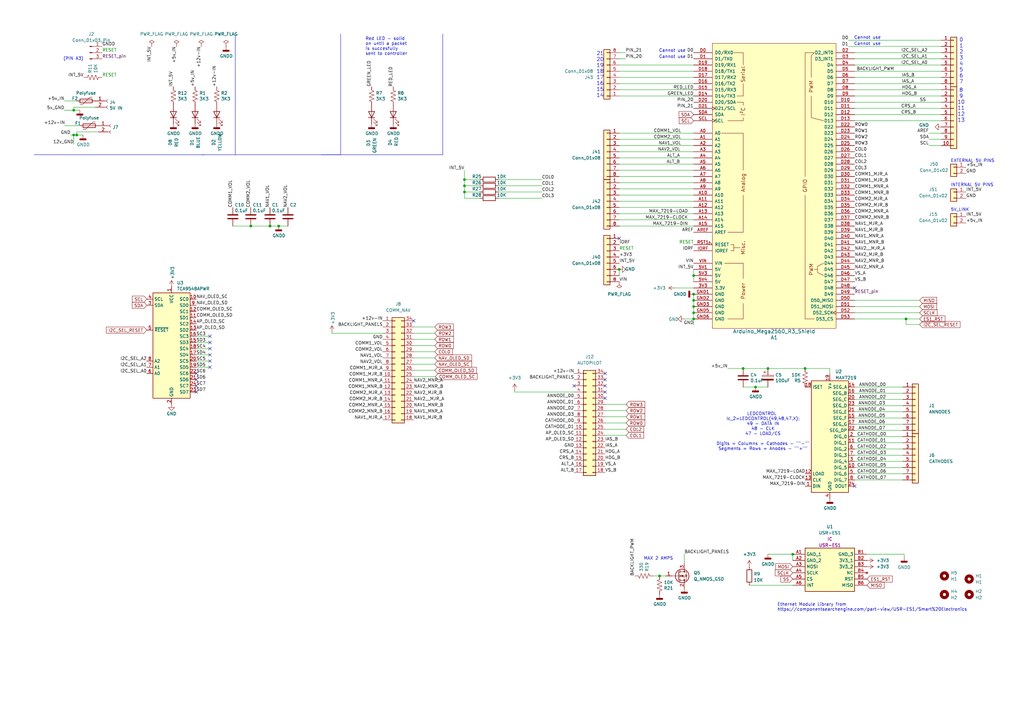
<source format=kicad_sch>
(kicad_sch (version 20250114) (generator "eeschema") (generator_version "9.0")
  (paper "A3")
  (title_block (date "2025-11-06"))
  (text "MAX 2 AMPS" (at 276.098 229.87 0) (effects (font (size 1.27 1.27)) (justify right bottom)))
  (text "INTERNAL 5V PINS" (at 389.89 76.708 0) (effects (font (size 1.27 1.27)) (justify left bottom)))
  (text "Ethernet Module Library from \nhttps://componentsearchengine.com/part-view/USR-ES1/Smart%20Electronics" (at 318.77 250.825 0) (effects (font (size 1.27 1.27)) (justify left bottom)))
  (text "LEDCONTROL \nIc_2=LEDCONTROL(49,48,47,X);\n49 - DATA IN\n48 - CLK\n47 - LOAD/CS\n\nDigits = Columns = Cathodes - \"\"-\"\"\nSegments = Rows = Anodes - \"\"+\"\"" (at 312.928 184.912 0) (effects (font (size 1.27 1.27)) (justify bottom)))
  (text "Cannot use" (at 270.256 21.59 0) (effects (font (size 1.27 1.27)) (justify left bottom)))
  (text "(PIN A3)" (at 25.908 24.892 0) (effects (font (size 1.27 1.27)) (justify left bottom)))
  (text "Cannot use" (at 350.266 16.256 0) (effects (font (size 1.27 1.27)) (justify left bottom)))
  (text "0\n1\n2\n3\n4\n5\n6\n7" (at 393.446 34.544 0) (effects (font (size 1.524 1.524)) (justify left bottom)))
  (text "LEDCONTROL \nIc_2=LEDCONTROL(49,48,47,X);\n49 - DATA IN\n48 - CLK\n47 - LOAD/CS\n\nDigits = Columns = Cathodes - \"\"-\"\"\nSegments = Rows = Anodes - \"\"+\"\"" (at -38.1 166.116 0) (effects (font (size 1.27 1.27)) (justify bottom)))
  (text "Red LED - solid\non until a packet\nis succesfully \nsent to controller" (at 149.86 22.86 0) (effects (font (size 1.27 1.27)) (justify left bottom)))
  (text "5V_LINK" (at 389.89 86.868 0) (effects (font (size 1.27 1.27)) (justify left bottom)))
  (text "Cannot use" (at 350.266 18.796 0) (effects (font (size 1.27 1.27)) (justify left bottom)))
  (text "Cannot use" (at 270.256 24.13 0) (effects (font (size 1.27 1.27)) (justify left bottom)))
  (text "21\n20\n19\n18\n17\n16\n15\n14" (at 244.602 40.132 0) (effects (font (size 1.524 1.524)) (justify left bottom)))
  (text "EXTERNAL 5V PINS" (at 389.89 66.802 0) (effects (font (size 1.27 1.27)) (justify left bottom)))
  (text "8\n9\n10\n11\n12\n13\n" (at 394.208 50.292 0) (effects (font (size 1.524 1.524)) (justify bottom)))
  (junction (at 114.3 92.71))
  (junction (at 284.48 120.65))
  (junction (at 284.48 125.73))
  (junction (at 270.51 236.22))
  (junction (at 330.2 151.13))
  (junction (at 31.496 55.372))
  (junction (at 284.48 130.81))
  (junction (at 30.226 55.372))
  (junction (at 30.226 45.212))
  (junction (at 304.8 151.13))
  (junction (at 102.87 92.71))
  (junction (at 284.48 128.27))
  (junction (at 190.5 73.66))
  (junction (at 110.744 92.71))
  (junction (at 314.96 151.13))
  (junction (at 325.12 227.33))
  (junction (at 190.5 78.74))
  (junction (at 254 110.49))
  (junction (at 309.88 158.75))
  (junction (at 284.48 123.19))
  (junction (at 371.602 130.81))
  (junction (at 284.48 113.03))
  (junction (at 190.5 76.2))
  (no_connect (at 80.518 153.162))
  (no_connect (at 350.52 199.39))
  (no_connect (at 248.158 155.702))
  (no_connect (at 80.518 155.702))
  (no_connect (at 169.672 131.572))
  (no_connect (at 80.518 160.782))
  (no_connect (at 254 97.79))
  (no_connect (at 86.106 137.922))
  (no_connect (at 235.458 158.242))
  (no_connect (at 350.52 118.11))
  (no_connect (at 80.518 158.242))
  (no_connect (at 86.106 150.622))
  (no_connect (at 86.106 140.462))
  (no_connect (at 248.158 160.782))
  (no_connect (at 248.158 163.322))
  (no_connect (at 248.158 153.162))
  (no_connect (at 86.106 145.542))
  (no_connect (at 248.158 158.242))
  (no_connect (at 86.106 148.082))
  (no_connect (at 86.106 143.002))
  (wire (pts (xy 350.52 39.37) (xy 386.08 39.37)))
  (polyline (pts (xy 139.7 63.5) (xy 139.7 13.97)))
  (wire (pts (xy 350.52 191.77) (xy 370.332 191.77)))
  (wire (pts (xy 284.48 123.19) (xy 284.48 125.73)))
  (wire (pts (xy 371.602 130.81) (xy 371.602 133.096)))
  (wire (pts (xy 350.52 34.29) (xy 386.08 34.29)))
  (wire (pts (xy 330.2 151.13) (xy 340.36 151.13)))
  (wire (pts (xy 254 31.75) (xy 284.48 31.75)))
  (wire (pts (xy 86.106 148.082) (xy 80.518 148.082)))
  (wire (pts (xy 248.158 165.862) (xy 256.794 165.862)))
  (wire (pts (xy 254 87.63) (xy 284.48 87.63)))
  (wire (pts (xy 196.85 78.74) (xy 190.5 78.74)))
  (polyline (pts (xy 82.55 63.5) (xy 139.7 63.5)))
  (wire (pts (xy 350.52 49.53) (xy 386.08 49.53)))
  (wire (pts (xy 196.85 81.28) (xy 190.5 81.28)))
  (wire (pts (xy 350.52 41.91) (xy 386.08 41.91)))
  (wire (pts (xy 254 62.23) (xy 284.48 62.23)))
  (wire (pts (xy 350.52 171.45) (xy 370.332 171.45)))
  (wire (pts (xy 350.52 179.07) (xy 370.332 179.07)))
  (wire (pts (xy 26.67 51.308) (xy 26.67 51.562)))
  (wire (pts (xy 254 34.29) (xy 284.48 34.29)))
  (wire (pts (xy 196.85 73.66) (xy 190.5 73.66)))
  (wire (pts (xy 304.8 151.13) (xy 314.96 151.13)))
  (wire (pts (xy 284.48 110.49) (xy 284.48 113.03)))
  (wire (pts (xy 280.67 130.81) (xy 284.48 130.81)))
  (wire (pts (xy 222.25 76.2) (xy 204.47 76.2)))
  (wire (pts (xy 314.96 151.13) (xy 330.2 151.13)))
  (wire (pts (xy 190.5 73.66) (xy 190.5 76.2)))
  (wire (pts (xy 30.226 43.942) (xy 30.226 45.212)))
  (wire (pts (xy 39.116 43.942) (xy 30.226 43.942)))
  (wire (pts (xy 381 57.15) (xy 386.08 57.15)))
  (wire (pts (xy 254 57.15) (xy 284.48 57.15)))
  (polyline (pts (xy 131.826 63.5) (xy 181.61 63.5)))
  (wire (pts (xy 350.52 184.15) (xy 370.332 184.15)))
  (wire (pts (xy 254 77.47) (xy 284.48 77.47)))
  (wire (pts (xy 26.416 41.402) (xy 31.496 41.402)))
  (wire (pts (xy 350.52 189.23) (xy 370.332 189.23)))
  (wire (pts (xy 248.158 168.402) (xy 256.794 168.402)))
  (wire (pts (xy 248.158 178.562) (xy 256.794 178.562)))
  (wire (pts (xy 350.52 29.21) (xy 386.08 29.21)))
  (wire (pts (xy 377.19 123.19) (xy 350.52 123.19)))
  (wire (pts (xy 248.158 176.022) (xy 256.794 176.022)))
  (wire (pts (xy 31.496 55.372) (xy 34.036 55.372)))
  (wire (pts (xy 254 59.69) (xy 284.48 59.69)))
  (wire (pts (xy 256.54 21.59) (xy 254 21.59)))
  (wire (pts (xy 284.48 133.35) (xy 284.48 130.81)))
  (wire (pts (xy 381 54.61) (xy 386.08 54.61)))
  (wire (pts (xy 254 39.37) (xy 284.48 39.37)))
  (wire (pts (xy 190.5 76.2) (xy 190.5 78.74)))
  (wire (pts (xy 254 110.49) (xy 254 113.03)))
  (wire (pts (xy 254 67.31) (xy 284.48 67.31)))
  (wire (pts (xy 284.48 125.73) (xy 284.48 128.27)))
  (wire (pts (xy 347.98 19.05) (xy 386.08 19.05)))
  (wire (pts (xy 270.51 236.22) (xy 273.05 236.22)))
  (wire (pts (xy 86.106 143.002) (xy 80.518 143.002)))
  (wire (pts (xy 350.52 21.59) (xy 386.08 21.59)))
  (wire (pts (xy 86.106 140.462) (xy 80.518 140.462)))
  (wire (pts (xy 371.602 133.096) (xy 377.19 133.096)))
  (wire (pts (xy 350.52 186.69) (xy 370.332 186.69)))
  (wire (pts (xy 350.52 166.37) (xy 370.332 166.37)))
  (wire (pts (xy 284.48 128.27) (xy 284.48 130.81)))
  (wire (pts (xy 254 72.39) (xy 284.48 72.39)))
  (wire (pts (xy 254 24.13) (xy 256.54 24.13)))
  (wire (pts (xy 377.19 125.73) (xy 350.52 125.73)))
  (wire (pts (xy 110.744 92.71) (xy 114.3 92.71)))
  (wire (pts (xy 350.52 31.75) (xy 386.08 31.75)))
  (wire (pts (xy 309.88 158.75) (xy 314.96 158.75)))
  (wire (pts (xy 254 64.77) (xy 284.48 64.77)))
  (wire (pts (xy 284.48 120.65) (xy 284.48 123.19)))
  (wire (pts (xy 350.52 181.61) (xy 370.332 181.61)))
  (wire (pts (xy 254 69.85) (xy 284.48 69.85)))
  (wire (pts (xy 254 85.09) (xy 284.48 85.09)))
  (wire (pts (xy 370.84 227.33) (xy 370.84 228.6)))
  (wire (pts (xy 30.226 45.212) (xy 32.766 45.212)))
  (wire (pts (xy 284.48 113.03) (xy 284.48 115.57)))
  (polyline (pts (xy 139.7 63.5) (xy 131.826 63.5)))
  (wire (pts (xy 248.158 173.482) (xy 256.794 173.482)))
  (wire (pts (xy 350.52 194.31) (xy 370.332 194.31)))
  (wire (pts (xy 347.98 16.51) (xy 386.08 16.51)))
  (wire (pts (xy 169.672 154.432) (xy 178.562 154.432)))
  (wire (pts (xy 350.52 46.99) (xy 386.08 46.99)))
  (wire (pts (xy 307.34 240.03) (xy 325.12 240.03)))
  (wire (pts (xy 371.602 130.81) (xy 350.52 130.81)))
  (wire (pts (xy 350.52 36.83) (xy 386.08 36.83)))
  (wire (pts (xy 222.25 73.66) (xy 204.47 73.66)))
  (wire (pts (xy 222.25 78.74) (xy 204.47 78.74)))
  (wire (pts (xy 350.52 173.99) (xy 370.332 173.99)))
  (wire (pts (xy 314.96 227.33) (xy 325.12 227.33)))
  (wire (pts (xy 169.672 134.112) (xy 178.308 134.112)))
  (wire (pts (xy 350.52 163.83) (xy 370.332 163.83)))
  (wire (pts (xy 280.67 227.33) (xy 280.67 231.14)))
  (wire (pts (xy 136.144 136.652) (xy 136.144 136.144)))
  (wire (pts (xy 86.106 137.922) (xy 80.518 137.922)))
  (wire (pts (xy 254 54.61) (xy 284.48 54.61)))
  (polyline (pts (xy 13.97 63.5) (xy 83.82 63.5)))
  (wire (pts (xy 377.19 130.81) (xy 371.602 130.81)))
  (wire (pts (xy 254 26.67) (xy 284.48 26.67)))
  (wire (pts (xy 254 74.93) (xy 284.48 74.93)))
  (wire (pts (xy 254 92.71) (xy 284.48 92.71)))
  (wire (pts (xy 276.86 118.11) (xy 284.48 118.11)))
  (polyline (pts (xy 181.61 63.5) (xy 181.61 13.97)))
  (wire (pts (xy 248.158 170.942) (xy 256.794 170.942)))
  (wire (pts (xy 95.504 92.71) (xy 102.87 92.71)))
  (wire (pts (xy 169.672 141.732) (xy 178.308 141.732)))
  (wire (pts (xy 211.074 160.782) (xy 235.458 160.782)))
  (wire (pts (xy 86.106 145.542) (xy 80.518 145.542)))
  (wire (pts (xy 26.67 51.562) (xy 32.766 51.562)))
  (wire (pts (xy 254 90.17) (xy 284.48 90.17)))
  (wire (pts (xy 304.8 158.75) (xy 309.88 158.75)))
  (wire (pts (xy 350.52 158.75) (xy 370.332 158.75)))
  (wire (pts (xy 254 29.21) (xy 284.48 29.21)))
  (wire (pts (xy 30.226 55.372) (xy 30.226 59.182)))
  (wire (pts (xy 169.672 146.812) (xy 178.308 146.812)))
  (wire (pts (xy 254 80.01) (xy 284.48 80.01)))
  (wire (pts (xy 190.5 78.74) (xy 190.5 81.28)))
  (wire (pts (xy 350.52 24.13) (xy 386.08 24.13)))
  (wire (pts (xy 254 36.83) (xy 284.48 36.83)))
  (wire (pts (xy 350.52 161.29) (xy 370.332 161.29)))
  (wire (pts (xy 254 82.55) (xy 284.48 82.55)))
  (wire (pts (xy 190.5 69.85) (xy 190.5 73.66)))
  (wire (pts (xy 350.52 44.45) (xy 386.08 44.45)))
  (wire (pts (xy 196.85 76.2) (xy 190.5 76.2)))
  (wire (pts (xy 350.52 168.91) (xy 370.332 168.91)))
  (wire (pts (xy 355.6 227.33) (xy 370.84 227.33)))
  (wire (pts (xy 350.52 176.53) (xy 370.332 176.53)))
  (wire (pts (xy 325.12 227.33) (xy 325.12 229.87)))
  (wire (pts (xy 169.672 139.192) (xy 178.308 139.192)))
  (wire (pts (xy 136.144 136.652) (xy 156.972 136.652)))
  (wire (pts (xy 298.45 151.13) (xy 304.8 151.13)))
  (wire (pts (xy 30.226 55.372) (xy 31.496 55.372)))
  (wire (pts (xy 86.106 150.622) (xy 80.518 150.622)))
  (wire (pts (xy 267.97 236.22) (xy 270.51 236.22)))
  (polyline (pts (xy 96.52 63.5) (xy 96.52 13.97)))
  (wire (pts (xy 169.672 151.892) (xy 178.308 151.892)))
  (wire (pts (xy 222.25 81.28) (xy 204.47 81.28)))
  (wire (pts (xy 26.416 45.212) (xy 30.226 45.212)))
  (wire (pts (xy 31.496 54.102) (xy 31.496 55.372)))
  (wire (pts (xy 28.956 55.372) (xy 30.226 55.372)))
  (wire (pts (xy 114.3 92.71) (xy 118.11 92.71)))
  (wire (pts (xy 169.672 149.352) (xy 178.308 149.352)))
  (wire (pts (xy 169.672 136.652) (xy 178.308 136.652)))
  (wire (pts (xy 350.52 196.85) (xy 370.332 196.85)))
  (wire (pts (xy 211.074 160.782) (xy 211.074 160.02)))
  (wire (pts (xy 340.36 153.67) (xy 340.36 151.13)))
  (wire (pts (xy 102.87 92.71) (xy 110.744 92.71)))
  (wire (pts (xy 377.19 128.27) (xy 350.52 128.27)))
  (wire (pts (xy 381 59.69) (xy 386.08 59.69)))
  (wire (pts (xy 169.672 144.272) (xy 178.308 144.272)))
  (wire (pts (xy 350.52 26.67) (xy 386.08 26.67)))
  (wire (pts (xy 40.386 54.102) (xy 31.496 54.102)))
  (image (at -60.198 193.294))
  (label "CATHODE_01" (at 235.458 176.022 180))
  (label "MAX_7219-LOAD" (at 330.2 194.31 180))
  (label "CATHODE_02" (at 351.536 184.15 0))
  (label "IORF" (at 254 100.33 0))
  (label "VIN" (at 284.48 107.95 180))
  (label "NAV1_MJR_B" (at 169.672 172.212 0))
  (label "I2C_SEL_A1" (at 369.57 24.13 0))
  (label "PIN_20" (at 256.54 24.13 0))
  (label "AP_OLED_SD" (at 235.458 181.102 180))
  (label "COMM2_VOL" (at 156.972 144.272 180))
  (label "COMM1_MJR_A" (at 350.52 72.39 0))
  (label "RED_LED" (at 284.48 36.83 180))
  (label "SD7" (at 80.518 160.782 0))
  (label "GND" (at 28.956 55.372 180))
  (label "ROW3" (at 350.52 59.69 0))
  (label "COMM1_MNR_B" (at 350.52 80.01 0))
  (label "PIN_21" (at 284.48 44.45 180))
  (label "INT_5V" (at 254 107.95 0))
  (label "CRS_B" (at 235.458 188.722 180))
  (label "CRS_B" (at 369.57 46.99 0))
  (label "VS_A" (at 350.52 113.03 0))
  (label "HDG_A" (at 248.158 186.182 0))
  (label "INT_5V" (at 71.12 35.56 90))
  (label "SD6" (at 80.518 155.702 0))
  (label "NAV2_MNR_B" (at 169.672 159.512 0))
  (label "INT_5V" (at 190.5 69.85 180))
  (label "D0" (at 284.48 21.59 180))
  (label "COL3" (at 350.52 69.85 0))
  (label "NAV2_VOL" (at 118.11 85.09 90))
  (label "CATHODE_06" (at 351.536 194.31 0))
  (label "COMM2_MJR_B" (at 156.972 164.592 180))
  (label "NAV1_MNR_B" (at 169.672 167.132 0))
  (label "INT_5V" (at 34.29 31.75 180))
  (label "NAV1_MJR_A" (at 156.972 172.212 180))
  (label "ANNODE_04" (at 352.044 168.91 0))
  (label "+5v_IN" (at 396.24 68.58 0))
  (label "ANNODE_01" (at 352.298 161.29 0))
  (label "ALT_A" (at 278.892 64.77 180))
  (label "COMM2_MNR_B" (at 156.972 169.672 180))
  (label "VIN" (at 254 115.57 0))
  (label "COMM1_MJR_A" (at 156.972 151.892 180))
  (label "SD4" (at 80.518 145.542 0))
  (label "NAV2__MJR_A" (at 169.672 164.592 0))
  (label "PIN_21" (at 256.54 21.59 0))
  (label "NAV2_MNR_B" (at 350.52 107.95 0))
  (label "NAV2_MNR_A" (at 350.52 110.49 0))
  (label "ANNODE_05" (at 352.044 171.45 0))
  (label "NAV1_VOL" (at 279.4 59.69 180))
  (label "COMM1_MNR_A" (at 156.972 156.972 180))
  (label "COMM_OLED_SD" (at 80.518 130.302 0))
  (label "IAS_B" (at 369.824 31.75 0))
  (label "CATHODE_05" (at 351.536 191.77 0))
  (label "+5v_IN" (at 26.416 41.402 180))
  (label "COMM1_MNR_B" (at 156.972 159.512 180))
  (label "NAV1_MNR_A" (at 350.52 97.79 0))
  (label "AP_OLED_SC" (at 80.518 132.842 0))
  (label "VS_A" (at 248.158 191.262 0))
  (label "NAV2_VOL" (at 156.972 149.352 180))
  (label "ALT_A" (at 235.458 191.262 180))
  (label "+3V3" (at 254 105.41 0))
  (label "I2C_SEL_A2" (at 369.57 21.59 0))
  (label "SCL" (at 381 59.69 180))
  (label "+12v-IN" (at 156.972 131.572 180))
  (label "I2C_SEL_A2" (at 60.198 148.082 180))
  (label "AREF" (at 284.48 95.25 180))
  (label "ROW0" (at 350.52 52.07 0))
  (label "NAV2__MJR_A" (at 350.52 102.87 0))
  (label "PIN_20" (at 284.48 41.91 180))
  (label "MAX_7219-CLOCK" (at 282.194 90.17 180))
  (label "NAV_OLED_SC" (at 80.518 122.682 0))
  (label "COMM2_MJR_A" (at 156.972 162.052 180))
  (label "HDG_B" (at 369.824 39.37 0))
  (label "ANNODE_02" (at 235.458 168.402 180))
  (label "12v_GND" (at 30.226 59.182 180))
  (label "COMM2_MNR_A" (at 156.972 167.132 180))
  (label "IORF" (at 284.48 102.87 180))
  (label "COMM2_MJR_A" (at 350.52 82.55 0))
  (label "RESET_pin" (at 41.91 24.13 0))
  (label "COMM_OLED_SC" (at 80.518 127.762 0))
  (label "+5v_IN" (at 72.39 19.05 270))
  (label "ALT_B" (at 278.892 67.31 180))
  (label "COMM1_MJR_B" (at 156.972 154.432 180))
  (label "+12v-IN" (at 26.67 51.308 180))
  (label "CATHODE_00" (at 235.458 173.482 180))
  (label "NAV1_VOL" (at 156.972 146.812 180))
  (label "INT_5V" (at 62.23 19.05 270))
  (label "ANNODE_02" (at 352.298 163.83 0))
  (label "GND" (at 284.48 133.35 180))
  (label "COMM1_VOL" (at 156.972 141.732 180))
  (label "COL1" (at 222.25 76.2 0))
  (label "GREEN_LED" (at 284.48 39.37 180))
  (label "ANNODE_03" (at 352.044 166.37 0))
  (label "CATHODE_03" (at 351.536 186.69 0))
  (label "INT_5V" (at 396.24 88.9 0))
  (label "NAV2_MNR_A" (at 169.672 156.972 0))
  (label "NAV1_MNR_A" (at 169.672 169.672 0))
  (label "NAV_OLED_SD" (at 80.518 125.222 0))
  (label "COMM2_MNR_A" (at 350.52 87.63 0))
  (label "AREF" (at 381 54.61 180))
  (label "COL0" (at 222.25 73.66 0))
  (label "CATHODE_01" (at 351.536 181.61 0))
  (label "COMM2_VOL" (at 279.4 57.15 180))
  (label "D1" (at 347.98 19.05 180))
  (label "D1" (at 284.48 24.13 180))
  (label "VS_B" (at 350.52 115.57 0))
  (label "GNDD" (at 41.91 19.05 0))
  (label "I2C_SEL_A0" (at 60.198 153.162 180))
  (label "SD3" (at 80.518 140.462 0))
  (label "MAX_7219-LOAD" (at 282.194 87.63 180))
  (label "INT_5V" (at 396.24 78.74 0))
  (label "IAS_A" (at 369.824 34.29 0))
  (label "ANNODE_00" (at 352.298 158.75 0))
  (label "HDG_B" (at 248.158 188.722 0))
  (label "NAV1_MJR_B" (at 350.52 95.25 0))
  (label "ROW1" (at 350.52 54.61 0))
  (label "SC7" (at 80.518 158.242 0))
  (label "COL3" (at 222.25 81.28 0))
  (label "SC6" (at 80.518 153.162 0))
  (label "SC5" (at 80.518 148.082 0))
  (label "COL2" (at 350.52 67.31 0))
  (label "MAX_7219-DIN" (at 282.194 92.71 180))
  (label "MAX_7219-CLOCK" (at 330.2 196.85 180))
  (label "NAV2_MJR_B" (at 169.672 162.052 0))
  (label "GND" (at 156.972 139.192 180))
  (label "GND" (at 396.24 81.28 0))
  (label "SC4" (at 80.518 143.002 0))
  (label "D0" (at 347.98 16.51 180))
  (label "5v_GND" (at 26.416 45.212 180))
  (label "COMM2_MNR_B" (at 350.52 90.17 0))
  (label "COMM2_MJR_B" (at 350.52 85.09 0))
  (label "ROW2" (at 350.52 57.15 0))
  (label "+5v_IN" (at 80.01 35.56 90))
  (label "ANNODE_07" (at 352.044 176.53 0))
  (label "MAX_7219-DIN" (at 330.2 199.39 180))
  (label "GND" (at 235.458 183.642 180))
  (label "AP_OLED_SC" (at 235.458 178.562 180))
  (label "ANNODE_01" (at 235.458 165.862 180))
  (label "BACKLIGHT_PWM" (at 351.282 29.21 0))
  (label "NAV1_MJR_A" (at 350.52 92.71 0))
  (label "CATHODE_00" (at 351.536 179.07 0))
  (label "SD5" (at 80.518 150.622 0))
  (label "CATHODE_07" (at 351.536 196.85 0))
  (label "AP_OLED_SD" (at 80.518 135.382 0))
  (label "NAV2_VOL" (at 279.146 62.23 180))
  (label "COMM1_MJR_B" (at 350.52 74.93 0))
  (label "+5v_IN" (at 298.45 151.13 180))
  (label "IAS_A" (at 248.158 183.642 0))
  (label "+5v_IN" (at 396.24 91.44 0))
  (label "INT_5V" (at 284.48 110.49 180))
  (label "SS" (at 377.19 41.91 0))
  (label "RESET" (at 41.91 21.59 0))
  (label "IAS_B" (at 248.158 181.102 0))
  (label "GND" (at 396.24 71.12 0))
  (label "NAV1_MNR_B" (at 350.52 100.33 0))
  (label "COMM2_VOL" (at 102.87 85.09 90))
  (label "GREEN_LED" (at 152.4 35.56 90))
  (label "RESET" (at 284.48 100.33 180))
  (label "ANNODE_00" (at 235.458 163.322 180))
  (label "NAV1_VOL" (at 110.744 85.09 90))
  (label "ALT_B" (at 235.458 193.802 180))
  (label "ANNODE_03" (at 235.458 170.942 180))
  (label "HDG_A" (at 369.824 36.83 0))
  (label "COMM1_VOL" (at 95.504 85.09 90))
  (label "+12v-IN" (at 235.458 153.162 180))
  (label "SC3" (at 80.518 137.922 0))
  (label "RESET" (at 254 102.87 0))
  (label "SDA" (at 381 57.15 180))
  (label "BACKLIGHT_PANELS" (at 280.67 227.33 0))
  (label "COL1" (at 350.52 64.77 0))
  (label "COMM1_VOL" (at 279.4 54.61 180))
  (label "NAV2_MJR_B" (at 350.52 105.41 0))
  (label "BACKLIGHT_PANELS" (at 156.972 134.112 180))
  (label "CRS_A" (at 235.458 186.182 180))
  (label "COL2" (at 222.25 78.74 0))
  (label "RESET_pin" (at 350.52 120.65 0))
  (label "RESET" (at 41.91 31.75 0))
  (label "COMM1_MNR_A" (at 350.52 77.47 0))
  (label "+12v-IN" (at 88.9 35.56 90))
  (label "ANNODE_06" (at 352.044 173.99 0))
  (label "CRS_A" (at 369.57 44.45 0))
  (label "CATHODE_04" (at 351.536 189.23 0))
  (label "+12v-IN" (at 82.55 19.05 270))
  (label "COL0" (at 350.52 62.23 0))
  (label "I2C_SEL_A0" (at 369.57 26.67 0))
  (label "RED_LED" (at 161.29 35.56 90))
  (label "VS_B" (at 248.158 193.802 0))
  (label "BACKLIGHT_PANELS" (at 235.458 155.702 180))
  (label "BACKLIGHT_PWM" (at 260.35 236.22 90))
  (label "I2C_SEL_A1" (at 60.198 150.622 180))
  (global_label "ROW1" (shape input) (at 178.308 139.192 0) (property "Intersheetrefs" "${INTERSHEET_REFS}" (effects (hide yes))))
  (global_label "ROW3" (shape input) (at 178.308 134.112 0) (property "Intersheetrefs" "${INTERSHEET_REFS}" (effects (hide yes))))
  (global_label "ROW2" (shape input) (at 256.794 168.402 0) (property "Intersheetrefs" "${INTERSHEET_REFS}" (effects (hide yes))))
  (global_label "COL1" (shape input) (at 256.794 178.562 0) (property "Intersheetrefs" "${INTERSHEET_REFS}" (effects (hide yes))))
  (global_label "COL2" (shape input) (at 256.794 176.022 0) (property "Intersheetrefs" "${INTERSHEET_REFS}" (effects (hide yes))))
  (global_label "SCL" (shape input) (at 60.198 122.682 180) (property "Intersheetrefs" "${INTERSHEET_REFS}" (effects (hide yes))))
  (global_label "MISO" (shape input) (at 377.19 123.19 0) (property "Intersheetrefs" "${INTERSHEET_REFS}" (effects (hide yes))))
  (global_label "I2C_SEL_RESET" (shape input) (at 60.198 135.382 180) (property "Intersheetrefs" "${INTERSHEET_REFS}" (effects (hide yes))))
  (global_label "SCLK" (shape input) (at 377.19 128.27 0) (property "Intersheetrefs" "${INTERSHEET_REFS}" (effects (hide yes))))
  (global_label "COMM_OLED_SC" (shape input) (at 178.562 154.432 0) (property "Intersheetrefs" "${INTERSHEET_REFS}" (effects (hide yes))))
  (global_label "SCL" (shape input) (at 284.48 49.53 180) (property "Intersheetrefs" "${INTERSHEET_REFS}" (effects (hide yes))))
  (global_label "COMM_OLED_SD" (shape input) (at 178.308 151.892 0) (property "Intersheetrefs" "${INTERSHEET_REFS}" (effects (hide yes))))
  (global_label "SCLK" (shape input) (at 325.12 234.95 180) (property "Intersheetrefs" "${INTERSHEET_REFS}" (effects (hide yes))))
  (global_label "MISO" (shape input) (at 355.6 240.03 0) (property "Intersheetrefs" "${INTERSHEET_REFS}" (effects (hide yes))))
  (global_label "COL0" (shape input) (at 178.308 144.272 0) (property "Intersheetrefs" "${INTERSHEET_REFS}" (effects (hide yes))))
  (global_label "I2C_SEL_RESET" (shape input) (at 377.19 133.096 0) (property "Intersheetrefs" "${INTERSHEET_REFS}" (effects (hide yes))))
  (global_label "ES1_RST" (shape input) (at 377.19 130.81 0) (property "Intersheetrefs" "${INTERSHEET_REFS}" (effects (hide yes))))
  (global_label "ROW1" (shape input) (at 256.794 170.942 0) (property "Intersheetrefs" "${INTERSHEET_REFS}" (effects (hide yes))))
  (global_label "ES1_RST" (shape input) (at 355.6 237.49 0) (property "Intersheetrefs" "${INTERSHEET_REFS}" (effects (hide yes))))
  (global_label "SDA" (shape input) (at 284.48 46.99 180) (property "Intersheetrefs" "${INTERSHEET_REFS}" (effects (hide yes))))
  (global_label "NAV_OLED_SC" (shape input) (at 178.308 149.352 0) (property "Intersheetrefs" "${INTERSHEET_REFS}" (effects (hide yes))))
  (global_label "ROW3" (shape input) (at 256.794 165.862 0) (property "Intersheetrefs" "${INTERSHEET_REFS}" (effects (hide yes))))
  (global_label "SDA" (shape input) (at 60.198 125.222 180) (property "Intersheetrefs" "${INTERSHEET_REFS}" (effects (hide yes))))
  (global_label "SS" (shape input) (at 325.12 237.49 180) (property "Intersheetrefs" "${INTERSHEET_REFS}" (effects (hide yes))))
  (global_label "NAV_OLED_SD" (shape input) (at 178.308 146.812 0) (property "Intersheetrefs" "${INTERSHEET_REFS}" (effects (hide yes))))
  (global_label "ROW0" (shape input) (at 178.308 141.732 0) (property "Intersheetrefs" "${INTERSHEET_REFS}" (effects (hide yes))))
  (global_label "ROW0" (shape input) (at 256.794 173.482 0) (property "Intersheetrefs" "${INTERSHEET_REFS}" (effects (hide yes))))
  (global_label "MOSI" (shape input) (at 325.12 232.41 180) (property "Intersheetrefs" "${INTERSHEET_REFS}" (effects (hide yes))))
  (global_label "ROW2" (shape input) (at 178.308 136.652 0) (property "Intersheetrefs" "${INTERSHEET_REFS}" (effects (hide yes))))
  (global_label "MOSI" (shape input) (at 377.19 125.73 0) (property "Intersheetrefs" "${INTERSHEET_REFS}" (effects (hide yes))))
  (symbol (lib_id "Connector_Generic:Conn_01x08") (at 248.92 62.23 0) (mirror y) (unit 1)
    (property "Reference" "J41" (at 246.38 62.2299 0) (effects (justify left)))
    (property "Value" "Conn_01x08" (at 246.38 64.7699 0) (effects (justify left)))
    (property "Footprint" "Connector_PinHeader_2.54mm:PinHeader_1x08_P2.54mm_Vertical" (effects (hide yes)))
    (property "Description" "Generic connector, single row, 01x08, script generated (kicad-library-utils/schlib/autogen/connector/)" (effects (hide yes)))
  )
  (symbol (lib_id "Device:C") (at 118.11 88.9 0) (unit 1)
    (property "Reference" "C2" (at 118.872 84.0486 0) (effects (justify left)))
    (property "Value" "0.1uF" (effects (hide yes)))
    (property "Footprint" "Capacitor_THT:C_Disc_D3.0mm_W2.0mm_P2.50mm" (effects (hide yes)))
  )
  (symbol (lib_id "Connector_Generic:Conn_02x17_Counter_Clockwise") (at 240.538 173.482 0) (unit 1)
    (property "Reference" "J12" (at 241.808 146.304 0))
    (property "Value" "AUTOPILOT" (at 241.808 148.844 0))
    (property "Footprint" "Connector_IDC:IDC-Header_2x17_P2.54mm_Vertical" (effects (hide yes)))
    (property "Description" "Generic connector, double row, 02x17, counter clockwise pin numbering scheme (similar to DIP package numbering), script generated (kicad-library-utils/schlib/autogen/connector/)" (effects (hide yes)))
  )
  (symbol (lib_id "power:+3V3") (at 355.6 229.87 270) (unit 1)
    (property "Reference" "#PWR018" (effects (hide yes)))
    (property "Value" "+3V3" (at 359.41 229.8699 90) (effects (justify left)))
  )
  (symbol (lib_id "Device:LED") (at 88.9 46.99 90) (unit 1)
    (property "Reference" "D2" (at 87.63 58.42 0))
    (property "Value" "YELLOW" (at 90.17 58.42 0))
    (property "Footprint" "LED_THT:LED_D3.0mm" (effects (hide yes)))
  )
  (symbol (lib_name "+3V3_4") (lib_id "power:+3V3") (at 211.074 160.02 0) (unit 1)
    (property "Reference" "#PWR026" (effects (hide yes)))
    (property "Value" "+3V3" (at 211.074 154.94 0))
    (property "Description" "Power symbol creates a global label with name \"+3V3\"" (effects (hide yes)))
  )
  (symbol (lib_id "Connector_Generic:Conn_02x17_Counter_Clockwise") (at 162.052 151.892 0) (unit 1)
    (property "Reference" "J8" (at 163.322 124.714 0))
    (property "Value" "COMM_NAV" (at 163.322 127.254 0))
    (property "Footprint" "Connector_IDC:IDC-Header_2x17_P2.54mm_Vertical" (effects (hide yes)))
    (property "Description" "Generic connector, double row, 02x17, counter clockwise pin numbering scheme (similar to DIP package numbering), script generated (kicad-library-utils/schlib/autogen/connector/)" (effects (hide yes)))
  )
  (symbol (lib_id "power:GNDD") (at 340.36 204.47 0) (unit 1)
    (property "Reference" "#PWR035" (effects (hide yes)))
    (property "Value" "GNDD" (at 340.4616 208.407 0))
  )
  (symbol (lib_id "Device:LED") (at 152.4 46.99 90) (unit 1)
    (property "Reference" "D3" (at 151.13 58.674 0))
    (property "Value" "GREEN" (at 153.67 59.69 0))
    (property "Footprint" "LED_THT:LED_D3.0mm" (effects (hide yes)))
  )
  (symbol (lib_id "Device:R_US") (at 38.1 31.75 90) (unit 1)
    (property "Reference" "R11" (at 36.9316 30.0228 0) (effects (justify left)))
    (property "Value" "10K" (at 39.243 30.0228 0) (effects (justify left)))
    (property "Footprint" "Resistor_THT:R_Axial_DIN0207_L6.3mm_D2.5mm_P2.54mm_Vertical" (effects (hide yes)))
  )
  (symbol (lib_id "Connector:Conn_01x03_Pin") (at 36.83 21.59 0) (unit 1)
    (property "Reference" "J2" (at 37.465 13.97 0))
    (property "Value" "Conn_01x03_Pin" (at 37.465 16.51 0))
    (property "Footprint" "Connector_PinHeader_2.54mm:PinHeader_1x03_P2.54mm_Vertical" (effects (hide yes)))
    (property "Description" "Generic connector, single row, 01x03, script generated" (effects (hide yes)))
  )
  (symbol (lib_id "power:+3V3") (at 70.358 117.602 0) (unit 1)
    (property "Reference" "#PWR031" (effects (hide yes)))
    (property "Value" "+3V3" (at 70.739 114.554 90) (effects (justify left)))
  )
  (symbol (lib_id "power:GNDD") (at 270.51 243.84 0) (unit 1)
    (property "Reference" "#PWR028" (effects (hide yes)))
    (property "Value" "GNDD" (at 270.6116 247.777 0))
  )
  (symbol (lib_id "power:PWR_FLAG") (at 254 115.57 180) (unit 1)
    (property "Reference" "#FLG05" (effects (hide yes)))
    (property "Value" "PWR_FLAG" (at 254 120.65 0))
    (property "Description" "Special symbol for telling ERC where power comes from" (effects (hide yes)))
  )
  (symbol (lib_id "Driver_LED:MAX7219") (at 340.36 179.07 0) (unit 1)
    (property "Reference" "U2" (at 342.5541 152.4 0) (effects (justify left)))
    (property "Value" "MAX7219" (at 342.5541 154.94 0) (effects (justify left)))
    (property "Footprint" "Package_DIP:DIP-24_W7.62mm_LongPads" (effects (hide yes)))
    (property "Datasheet" "https://datasheets.maximintegrated.com/en/ds/MAX7219-MAX7221.pdf" (effects (hide yes)))
    (property "Description" "8-Digit LED Display Driver" (effects (hide yes)))
  )
  (symbol (lib_id "Device:Polyfuse") (at 36.576 51.562 90) (unit 1)
    (property "Reference" "F1" (at 32.004 50.546 90))
    (property "Value" "Polyfuse" (at 36.576 48.3145 90))
    (property "Footprint" "Fuse:Fuse_Littelfuse_395Series" (effects (hide yes)))
    (property "Description" "Resettable fuse, polymeric positive temperature coefficient" (effects (hide yes)))
  )
  (symbol (lib_id "Device:CP") (at 314.96 154.94 0) (unit 1)
    (property "Reference" "C5" (at 317.9572 153.7716 0) (effects (justify left)))
    (property "Value" "100uF" (at 317.9572 156.083 0) (effects (justify left)))
    (property "Footprint" "Capacitor_THT:C_Radial_D8.0mm_H7.0mm_P3.50mm" (effects (hide yes)))
  )
  (symbol (lib_id "power:GNDD") (at 114.3 92.71 0) (unit 1)
    (property "Reference" "#PWR013" (effects (hide yes)))
    (property "Value" "GNDD" (at 114.4016 96.647 0))
  )
  (symbol (lib_id "Interface_Expansion:TCA9548APWR") (at 70.358 140.462 0) (unit 1)
    (property "Reference" "U3" (at 72.5521 115.9977 0) (effects (justify left)))
    (property "Value" "TCA9548APWR" (at 72.5521 118.4219 0) (effects (justify left)))
    (property "Footprint" "PTLibrary:AllieExpress_TCA9548A" (effects (hide yes)))
    (property "Datasheet" "http://www.ti.com/lit/ds/symlink/tca9548a.pdf" (effects (hide yes)))
  )
  (symbol (lib_id "Device:LED") (at 161.29 46.99 90) (unit 1)
    (property "Reference" "D4" (at 160.02 58.42 0))
    (property "Value" "RED" (at 162.56 58.1025 0))
    (property "Footprint" "LED_THT:LED_D3.0mm" (effects (hide yes)))
  )
  (symbol (lib_id "arduino-library:Arduino_Mega2560_R3_Shield") (at 317.5 76.2 0) (unit 1)
    (property "Reference" "A1" (at 317.5 138.43 0) (effects (font (size 1.524 1.524))))
    (property "Value" "Arduino_Mega2560_R3_Shield" (at 317.5 135.89 0) (effects (font (size 1.524 1.524))))
    (property "Footprint" "arduino-kicad-library-master:Arduino_Mega2560_R3_Shield" (effects (hide yes)))
    (property "Datasheet" "https://docs.arduino.cc/hardware/mega-2560" (effects (hide yes)))
    (property "Description" "Shield for Arduino Mega 2560 R3" (effects (hide yes)))
  )
  (symbol (lib_id "Connector_Generic:Conn_01x10") (at 391.16 46.99 0) (unit 1)
    (property "Reference" "J45" (effects (hide yes)))
    (property "Value" "Conn_01x10" (effects (hide yes)))
    (property "Footprint" "Connector_PinHeader_2.54mm:PinHeader_1x10_P2.54mm_Vertical" (effects (hide yes)))
    (property "Description" "Generic connector, single row, 01x10, script generated (kicad-library-utils/schlib/autogen/connector/)" (effects (hide yes)))
  )
  (symbol (lib_id "Connector_Generic:Conn_01x08") (at 248.92 31.75 180) (unit 1)
    (property "Reference" "J43" (at 243.332 31.75 0) (effects (justify left)))
    (property "Value" "Conn_01x08" (at 243.332 29.21 0) (effects (justify left)))
    (property "Footprint" "Connector_PinHeader_2.54mm:PinHeader_1x08_P2.54mm_Vertical" (effects (hide yes)))
    (property "Description" "Generic connector, single row, 01x08, script generated (kicad-library-utils/schlib/autogen/connector/)" (effects (hide yes)))
  )
  (symbol (lib_id "power:GNDD") (at 152.4 50.8 0) (unit 1)
    (property "Reference" "#PWR014" (effects (hide yes)))
    (property "Value" "GNDD" (at 152.5016 54.737 0))
  )
  (symbol (lib_id "power:GNDD") (at 92.71 19.05 0) (unit 1)
    (property "Reference" "#PWR037" (effects (hide yes)))
    (property "Value" "GNDD" (at 92.8116 22.987 0))
  )
  (symbol (lib_id "Connector_Generic:Conn_01x02") (at 391.16 68.58 0) (mirror y) (unit 1)
    (property "Reference" "J50" (at 383.032 67.31 0))
    (property "Value" "Conn_01x02" (at 383.032 69.85 0))
    (property "Footprint" "Connector_PinHeader_2.54mm:PinHeader_1x02_P2.54mm_Vertical" (effects (hide yes)))
    (property "Description" "Generic connector, single row, 01x02, script generated (kicad-library-utils/schlib/autogen/connector/)" (effects (hide yes)))
  )
  (symbol (lib_id "power:GNDD") (at 161.29 50.8 0) (unit 1)
    (property "Reference" "#PWR015" (effects (hide yes)))
    (property "Value" "GNDD" (at 161.3916 54.737 0))
  )
  (symbol (lib_id "power:PWR_FLAG") (at 72.39 19.05 0) (unit 1)
    (property "Reference" "#FLG02" (effects (hide yes)))
    (property "Value" "PWR_FLAG" (at 72.39 13.97 0))
    (property "Description" "Special symbol for telling ERC where power comes from" (effects (hide yes)))
  )
  (symbol (lib_id "USR-ES1:USR-ES1") (at 325.12 227.33 0) (unit 1)
    (property "Reference" "U1" (at 340.36 216.0164 0))
    (property "Value" "USR-ES1" (at 340.36 218.5533 0))
    (property "Footprint" "Library-OZ-HORNET:USRES1" (effects (hide yes)))
    (property "Reference_1" "IC" (at 340.36 221.0902 0))
    (property "Value_1" "USR-ES1" (at 340.36 223.6271 0))
    (property "Footprint_1" "USRES1" (effects (hide yes)))
    (property "Datasheet_1" "https://www.aliexpress.com/item/Free-Shipping-USR-ES1-W5500-Chip-New-SPI-to-LAN-Ethernet-Converter-TCP-IP-Mod/32714438223.html?spm=a2g0s.9042311.0.0.27424c4dBBEz2G" (effects (hide yes)))
    (property "Height" "3" (effects (hide yes)))
    (property "Manufacturer_Name" "Smart Electronics" (effects (hide yes)))
    (property "Manufacturer_Part_Number" "USR-ES1" (effects (hide yes)))
  )
  (symbol (lib_id "Mechanical:MountingHole") (at 397.51 237.49 0) (unit 1)
    (property "Reference" "H1" (at 400.05 236.2199 0) (effects (justify left)))
    (property "Value" "H1" (at 400.05 238.7599 0) (effects (justify left)))
    (property "Footprint" "MountingHole:MountingHole_3.2mm_M3" (effects (hide yes)))
  )
  (symbol (lib_id "Device:R") (at 307.34 236.22 0) (unit 1)
    (property "Reference" "R9" (at 309.118 235.3853 0) (effects (justify left)))
    (property "Value" "10K" (at 309.118 237.9222 0) (effects (justify left)))
    (property "Footprint" "Resistor_THT:R_Axial_DIN0207_L6.3mm_D2.5mm_P2.54mm_Vertical" (effects (hide yes)))
  )
  (symbol (lib_id "Arduino_NW_Template-rescue:GND-power") (at 280.67 130.81 270) (unit 1)
    (property "Reference" "#PWR020" (effects (hide yes)))
    (property "Value" "GND" (at 276.2758 130.937 90))
  )
  (symbol (lib_id "Mechanical:MountingHole") (at 387.35 243.84 0) (unit 1)
    (property "Reference" "H4" (at 389.89 242.5699 0) (effects (justify left)))
    (property "Value" "H2" (at 389.89 245.1099 0) (effects (justify left)))
    (property "Footprint" "MountingHole:MountingHole_3.2mm_M3" (effects (hide yes)))
  )
  (symbol (lib_id "Device:Polyfuse") (at 35.306 41.402 90) (unit 1)
    (property "Reference" "F2" (at 30.734 40.386 90))
    (property "Value" "Polyfuse" (at 35.306 38.1545 90))
    (property "Footprint" "Fuse:Fuse_Littelfuse_395Series" (effects (hide yes)))
    (property "Description" "Resettable fuse, polymeric positive temperature coefficient" (effects (hide yes)))
  )
  (symbol (lib_id "Connector_Generic:Conn_01x08") (at 375.412 186.69 0) (unit 1)
    (property "Reference" "J6" (at 381 186.69 0) (effects (justify left)))
    (property "Value" "CATHODES" (at 381 189.23 0) (effects (justify left)))
    (property "Footprint" "Connector_PinHeader_2.54mm:PinHeader_1x08_P2.54mm_Vertical" (effects (hide yes)))
    (property "Description" "Generic connector, single row, 01x08, script generated (kicad-library-utils/schlib/autogen/connector/)" (effects (hide yes)))
  )
  (symbol (lib_id "power:GNDD") (at 280.67 241.3 0) (unit 1)
    (property "Reference" "#PWR030" (effects (hide yes)))
    (property "Value" "GNDD" (at 280.7716 245.237 0))
  )
  (symbol (lib_id "Device:R_US") (at 161.29 39.37 0) (unit 1)
    (property "Reference" "R8" (at 163.0172 38.2016 0) (effects (justify left)))
    (property "Value" "3K3" (at 163.0172 40.513 0) (effects (justify left)))
    (property "Footprint" "Resistor_THT:R_Axial_DIN0207_L6.3mm_D2.5mm_P2.54mm_Vertical" (effects (hide yes)))
  )
  (symbol (lib_id "Device:R_US") (at 80.01 39.37 0) (unit 1)
    (property "Reference" "R1" (at 81.7372 38.2016 0) (effects (justify left)))
    (property "Value" "3K3" (at 81.7372 40.513 0) (effects (justify left)))
    (property "Footprint" "Resistor_THT:R_Axial_DIN0207_L6.3mm_D2.5mm_P2.54mm_Vertical" (effects (hide yes)))
  )
  (symbol (lib_id "Connector:Conn_01x02_Female") (at 44.196 41.402 0) (unit 1)
    (property "Reference" "J4" (at 44.9072 42.0116 0) (effects (justify left)))
    (property "Value" "5V IN" (at 44.9072 44.323 0) (effects (justify left)))
    (property "Footprint" "Connector_BarrelJack:BarrelJack_Horizontal" (effects (hide yes)))
  )
  (symbol (lib_id "power:GNDD") (at 34.036 55.372 0) (unit 1)
    (property "Reference" "#PWR011" (effects (hide yes)))
    (property "Value" "GNDD" (at 34.1376 59.309 0))
  )
  (symbol (lib_id "power:GNDD") (at 284.48 120.65 270) (unit 1)
    (property "Reference" "#PWR022" (effects (hide yes)))
    (property "Value" "GNDD" (at 278.892 120.65 90))
  )
  (symbol (lib_id "Device:R_US") (at 264.16 236.22 270) (mirror x) (unit 1)
    (property "Reference" "R19" (at 265.3284 234.4928 0) (effects (justify left)))
    (property "Value" "330" (at 263.017 234.4928 0) (effects (justify left)))
    (property "Footprint" "Resistor_THT:R_Axial_DIN0207_L6.3mm_D2.5mm_P2.54mm_Vertical" (effects (hide yes)))
  )
  (symbol (lib_id "Device:R_US") (at 152.4 39.37 0) (unit 1)
    (property "Reference" "R7" (at 154.1272 38.2016 0) (effects (justify left)))
    (property "Value" "3K3" (at 154.1272 40.513 0) (effects (justify left)))
    (property "Footprint" "Resistor_THT:R_Axial_DIN0207_L6.3mm_D2.5mm_P2.54mm_Vertical" (effects (hide yes)))
  )
  (symbol (lib_id "power:GNDD") (at 309.88 158.75 0) (unit 1)
    (property "Reference" "#PWR034" (effects (hide yes)))
    (property "Value" "GNDD" (at 309.9816 162.687 0))
  )
  (symbol (lib_id "Device:R") (at 200.66 73.66 90) (unit 1)
    (property "Reference" "R25" (at 195.58 72.39 90))
    (property "Value" "10K" (at 205.74 72.39 90))
    (property "Footprint" "Resistor_THT:R_Axial_DIN0207_L6.3mm_D2.5mm_P2.54mm_Vertical" (effects (hide yes)))
  )
  (symbol (lib_id "Device:LED") (at 71.12 46.99 90) (unit 1)
    (property "Reference" "D8" (at 69.85 58.42 0))
    (property "Value" "RED" (at 72.39 58.42 0))
    (property "Footprint" "LED_THT:LED_D3.0mm" (effects (hide yes)))
  )
  (symbol (lib_id "Connector:Conn_01x02_Female") (at 45.466 51.562 0) (unit 1)
    (property "Reference" "J7" (at 46.1772 52.1716 0) (effects (justify left)))
    (property "Value" "STEPPER IN 12-20VDC" (effects (hide yes)))
    (property "Footprint" "Connector_BarrelJack:BarrelJack_Horizontal" (effects (hide yes)))
  )
  (symbol (lib_id "power:+3V3") (at 136.144 136.144 0) (unit 1)
    (property "Reference" "#PWR01" (effects (hide yes)))
    (property "Value" "+3V3" (at 136.525 133.096 90) (effects (justify left)))
  )
  (symbol (lib_id "Device:LED") (at 80.01 46.99 90) (unit 1)
    (property "Reference" "D1" (at 78.74 58.42 0))
    (property "Value" "BLUE" (at 81.28 58.42 0))
    (property "Footprint" "LED_THT:LED_D3.0mm" (effects (hide yes)))
  )
  (symbol (lib_id "power:PWR_FLAG") (at 92.71 19.05 0) (unit 1)
    (property "Reference" "#FLG04" (effects (hide yes)))
    (property "Value" "PWR_FLAG" (at 92.71 13.97 0))
    (property "Description" "Special symbol for telling ERC where power comes from" (effects (hide yes)))
  )
  (symbol (lib_id "power:GNDD") (at 370.84 228.6 0) (unit 1)
    (property "Reference" "#PWR08" (effects (hide yes)))
    (property "Value" "GNDD" (at 370.84 232.6624 0))
  )
  (symbol (lib_id "Mechanical:MountingHole") (at 387.35 236.22 0) (unit 1)
    (property "Reference" "H5" (at 389.89 234.9499 0) (effects (justify left)))
    (property "Value" "H1" (at 389.89 237.4899 0) (effects (justify left)))
    (property "Footprint" "MountingHole:MountingHole_3.2mm_M3" (effects (hide yes)))
  )
  (symbol (lib_id "Device:C") (at 102.87 88.9 0) (unit 1)
    (property "Reference" "C11" (at 103.632 84.0486 0) (effects (justify left)))
    (property "Value" "0.1uF" (at 103.632 86.36 0) (effects (justify left)))
    (property "Footprint" "Capacitor_THT:C_Disc_D3.0mm_W2.0mm_P2.50mm" (effects (hide yes)))
  )
  (symbol (lib_id "power:+3V3") (at 276.86 118.11 90) (unit 1)
    (property "Reference" "#PWR017" (effects (hide yes)))
    (property "Value" "+3V3" (at 273.05 118.1099 90) (effects (justify left)))
  )
  (symbol (lib_id "Connector_Generic:Conn_01x02") (at 391.16 78.74 0) (mirror y) (unit 1)
    (property "Reference" "J51" (at 382.778 77.724 0))
    (property "Value" "Conn_01x02" (at 382.778 80.264 0))
    (property "Footprint" "Connector_PinHeader_2.54mm:PinHeader_1x02_P2.54mm_Vertical" (effects (hide yes)))
    (property "Description" "Generic connector, single row, 01x02, script generated (kicad-library-utils/schlib/autogen/connector/)" (effects (hide yes)))
  )
  (symbol (lib_id "Device:R") (at 200.66 81.28 90) (unit 1)
    (property "Reference" "R28" (at 195.58 80.01 90))
    (property "Value" "10K" (at 205.74 80.01 90))
    (property "Footprint" "Resistor_THT:R_Axial_DIN0207_L6.3mm_D2.5mm_P2.54mm_Vertical" (effects (hide yes)))
  )
  (symbol (lib_id "Connector_Generic:Conn_01x08") (at 391.16 24.13 0) (unit 1)
    (property "Reference" "J44" (effects (hide yes)))
    (property "Value" "Conn_01x08" (effects (hide yes)))
    (property "Footprint" "Connector_PinHeader_2.54mm:PinHeader_1x08_P2.54mm_Vertical" (effects (hide yes)))
    (property "Description" "Generic connector, single row, 01x08, script generated (kicad-library-utils/schlib/autogen/connector/)" (effects (hide yes)))
  )
  (symbol (lib_id "power:GND") (at 70.358 165.862 0) (unit 1)
    (property "Reference" "#PWR032" (effects (hide yes)))
    (property "Value" "GND" (at 70.358 169.672 0))
  )
  (symbol (lib_id "Device:R_US") (at 88.9 39.37 0) (unit 1)
    (property "Reference" "R2" (at 90.6272 38.2016 0) (effects (justify left)))
    (property "Value" "3K3" (at 90.6272 40.513 0) (effects (justify left)))
    (property "Footprint" "Resistor_THT:R_Axial_DIN0207_L6.3mm_D2.5mm_P2.54mm_Vertical" (effects (hide yes)))
  )
  (symbol (lib_id "Connector_Generic:Conn_01x02") (at 391.16 88.9 0) (mirror y) (unit 1)
    (property "Reference" "J15" (at 382.778 87.884 0))
    (property "Value" "Conn_01x02" (at 382.778 90.424 0))
    (property "Footprint" "Connector_PinHeader_2.54mm:PinHeader_1x02_P2.54mm_Vertical" (effects (hide yes)))
    (property "Description" "Generic connector, single row, 01x02, script generated (kicad-library-utils/schlib/autogen/connector/)" (effects (hide yes)))
  )
  (symbol (lib_id "Device:C") (at 95.504 88.9 0) (unit 1)
    (property "Reference" "C10" (at 96.266 84.0486 0) (effects (justify left)))
    (property "Value" "0.1uF" (at 96.266 86.36 0) (effects (justify left)))
    (property "Footprint" "Capacitor_THT:C_Disc_D3.0mm_W2.0mm_P2.50mm" (effects (hide yes)))
  )
  (symbol (lib_id "Arduino_NW_Template-rescue:GND-power") (at 254 110.49 90) (unit 1)
    (property "Reference" "#PWR04" (effects (hide yes)))
    (property "Value" "GND" (at 258.3942 110.363 90))
  )
  (symbol (lib_id "power:PWR_FLAG") (at 62.23 19.05 0) (unit 1)
    (property "Reference" "#FLG01" (effects (hide yes)))
    (property "Value" "PWR_FLAG" (at 62.23 13.97 0))
    (property "Description" "Special symbol for telling ERC where power comes from" (effects (hide yes)))
  )
  (symbol (lib_id "power:GNDD") (at 314.96 227.33 0) (unit 1)
    (property "Reference" "#PWR03" (effects (hide yes)))
    (property "Value" "GNDD" (at 314.96 231.3924 0))
  )
  (symbol (lib_id "Mechanical:MountingHole") (at 397.51 243.84 0) (unit 1)
    (property "Reference" "H2" (at 400.05 242.5699 0) (effects (justify left)))
    (property "Value" "H2" (at 400.05 245.1099 0) (effects (justify left)))
    (property "Footprint" "MountingHole:MountingHole_3.2mm_M3" (effects (hide yes)))
  )
  (symbol (lib_id "power:GNDD") (at 80.01 50.8 0) (unit 1)
    (property "Reference" "#PWR09" (effects (hide yes)))
    (property "Value" "GNDD" (at 80.1116 54.737 0))
  )
  (symbol (lib_id "Connector_Generic:Conn_01x08") (at 248.92 82.55 0) (mirror y) (unit 1)
    (property "Reference" "J42" (at 246.38 82.5499 0) (effects (justify left)))
    (property "Value" "Conn_01x08" (at 246.38 85.0899 0) (effects (justify left)))
    (property "Footprint" "Connector_PinHeader_2.54mm:PinHeader_1x08_P2.54mm_Vertical" (effects (hide yes)))
    (property "Description" "Generic connector, single row, 01x08, script generated (kicad-library-utils/schlib/autogen/connector/)" (effects (hide yes)))
  )
  (symbol (lib_id "power:+3V3") (at 307.34 232.41 0) (unit 1)
    (property "Reference" "#PWR02" (effects (hide yes)))
    (property "Value" "+3V3" (at 307.34 227.33 0))
  )
  (symbol (lib_id "Device:R_US") (at 71.12 39.37 0) (unit 1)
    (property "Reference" "R12" (at 72.8472 38.2016 0) (effects (justify left)))
    (property "Value" "3K3" (at 72.8472 40.513 0) (effects (justify left)))
    (property "Footprint" "Resistor_THT:R_Axial_DIN0207_L6.3mm_D2.5mm_P2.54mm_Vertical" (effects (hide yes)))
  )
  (symbol (lib_id "power:GNDD") (at 32.766 45.212 0) (unit 1)
    (property "Reference" "#PWR07" (effects (hide yes)))
    (property "Value" "GNDD" (effects (hide yes)))
  )
  (symbol (lib_id "Device:R_US") (at 270.51 240.03 0) (mirror x) (unit 1)
    (property "Reference" "R21" (at 272.2372 241.1984 0) (effects (justify left)))
    (property "Value" "10K" (at 272.2372 238.887 0) (effects (justify left)))
    (property "Footprint" "Resistor_THT:R_Axial_DIN0207_L6.3mm_D2.5mm_P2.54mm_Vertical" (effects (hide yes)))
  )
  (symbol (lib_id "Connector_Generic:Conn_01x08") (at 248.92 105.41 0) (mirror y) (unit 1)
    (property "Reference" "J40" (at 246.38 105.4099 0) (effects (justify left)))
    (property "Value" "Conn_01x08" (at 246.38 107.9499 0) (effects (justify left)))
    (property "Footprint" "Connector_PinHeader_2.54mm:PinHeader_1x08_P2.54mm_Vertical" (effects (hide yes)))
    (property "Description" "Generic connector, single row, 01x08, script generated (kicad-library-utils/schlib/autogen/connector/)" (effects (hide yes)))
  )
  (symbol (lib_id "Device:C") (at 304.8 154.94 0) (unit 1)
    (property "Reference" "C4" (at 307.721 153.7716 0) (effects (justify left)))
    (property "Value" "0.1uF" (at 307.721 156.083 0) (effects (justify left)))
    (property "Footprint" "Capacitor_THT:C_Disc_D3.0mm_W2.0mm_P2.50mm" (effects (hide yes)))
  )
  (symbol (lib_id "Arduino_NW_Template-rescue:GND-power") (at 386.08 52.07 270) (mirror x) (unit 1)
    (property "Reference" "#PWR029" (effects (hide yes)))
    (property "Value" "GND" (at 378.968 51.308 90))
  )
  (symbol (lib_id "power:GNDD") (at 88.9 50.8 0) (unit 1)
    (property "Reference" "#PWR010" (effects (hide yes)))
    (property "Value" "GNDD" (at 89.0016 54.737 0))
  )
  (symbol (lib_id "Device:Q_NMOS_GSD") (at 278.13 236.22 0) (unit 1)
    (property "Reference" "Q5" (at 284.48 234.9499 0) (effects (justify left)))
    (property "Value" "Q_NMOS_GSD" (at 284.48 237.4899 0) (effects (justify left)))
    (property "Footprint" "Package_TO_SOT_THT:TO-220-3_Vertical" (effects (hide yes)))
    (property "Description" "N-MOSFET transistor, gate/source/drain" (effects (hide yes)))
  )
  (symbol (lib_id "power:PWR_FLAG") (at 82.55 19.05 0) (unit 1)
    (property "Reference" "#FLG03" (effects (hide yes)))
    (property "Value" "PWR_FLAG" (at 82.55 13.97 0))
    (property "Description" "Special symbol for telling ERC where power comes from" (effects (hide yes)))
  )
  (symbol (lib_id "Device:R") (at 200.66 78.74 90) (unit 1)
    (property "Reference" "R27" (at 195.58 77.47 90))
    (property "Value" "10K" (at 205.74 77.47 90))
    (property "Footprint" "Resistor_THT:R_Axial_DIN0207_L6.3mm_D2.5mm_P2.54mm_Vertical" (effects (hide yes)))
  )
  (symbol (lib_id "power:+3V3") (at 355.6 232.41 270) (unit 1)
    (property "Reference" "#PWR05" (effects (hide yes)))
    (property "Value" "+3V3" (at 359.41 232.4099 90) (effects (justify left)))
  )
  (symbol (lib_id "power:GNDD") (at 71.12 50.8 0) (unit 1)
    (property "Reference" "#PWR019" (effects (hide yes)))
    (property "Value" "GNDD" (at 71.2216 54.737 0))
  )
  (symbol (lib_id "Connector_Generic:Conn_01x08") (at 375.412 166.37 0) (unit 1)
    (property "Reference" "J1" (at 381 166.37 0) (effects (justify left)))
    (property "Value" "ANNODES" (at 381 168.91 0) (effects (justify left)))
    (property "Footprint" "Connector_PinHeader_2.54mm:PinHeader_1x08_P2.54mm_Vertical" (effects (hide yes)))
    (property "Description" "Generic connector, single row, 01x08, script generated (kicad-library-utils/schlib/autogen/connector/)" (effects (hide yes)))
  )
  (symbol (lib_id "Device:R_US") (at 330.2 154.94 180) (unit 1)
    (property "Reference" "R5" (at 328.4728 156.1084 0) (effects (justify left)))
    (property "Value" "10K" (at 328.4728 153.797 0) (effects (justify left)))
    (property "Footprint" "Resistor_THT:R_Axial_DIN0207_L6.3mm_D2.5mm_P2.54mm_Vertical" (effects (hide yes)))
  )
  (symbol (lib_id "Device:R") (at 200.66 76.2 90) (unit 1)
    (property "Reference" "R26" (at 195.58 74.93 90))
    (property "Value" "10K" (at 205.74 74.93 90))
    (property "Footprint" "Resistor_THT:R_Axial_DIN0207_L6.3mm_D2.5mm_P2.54mm_Vertical" (effects (hide yes)))
  )
  (symbol (lib_id "Device:C") (at 110.744 88.9 0) (unit 1)
    (property "Reference" "C1" (at 111.506 84.0486 0) (effects (justify left)))
    (property "Value" "0.1uF" (at 111.506 86.36 0) (effects (justify left)))
    (property "Footprint" "Capacitor_THT:C_Disc_D3.0mm_W2.0mm_P2.50mm" (effects (hide yes)))
  )
)
</source>
